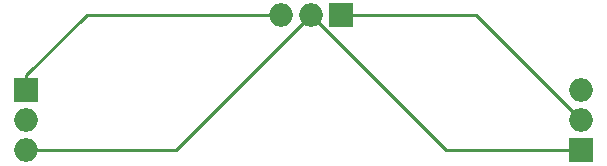
<source format=gbr>
G04 #@! TF.GenerationSoftware,KiCad,Pcbnew,(5.1.0)-1*
G04 #@! TF.CreationDate,2019-05-23T15:21:04-07:00*
G04 #@! TF.ProjectId,CandC_Interconnections,43616e64-435f-4496-9e74-6572636f6e6e,rev?*
G04 #@! TF.SameCoordinates,Original*
G04 #@! TF.FileFunction,Copper,L1,Top*
G04 #@! TF.FilePolarity,Positive*
%FSLAX46Y46*%
G04 Gerber Fmt 4.6, Leading zero omitted, Abs format (unit mm)*
G04 Created by KiCad (PCBNEW (5.1.0)-1) date 2019-05-23 15:21:04*
%MOMM*%
%LPD*%
G04 APERTURE LIST*
%ADD10R,2.000000X2.000000*%
%ADD11O,2.000000X2.000000*%
%ADD12C,0.250000*%
G04 APERTURE END LIST*
D10*
X121920000Y-57150000D03*
D11*
X121920000Y-59690000D03*
X121920000Y-62230000D03*
X143510000Y-50800000D03*
X146050000Y-50800000D03*
D10*
X148590000Y-50800000D03*
X168910000Y-62230000D03*
D11*
X168910000Y-59690000D03*
X168910000Y-57150000D03*
D12*
X121920000Y-55900000D02*
X121920000Y-57150000D01*
X127020000Y-50800000D02*
X121920000Y-55900000D01*
X143510000Y-50800000D02*
X127020000Y-50800000D01*
X160020000Y-50800000D02*
X168910000Y-59690000D01*
X148590000Y-50800000D02*
X160020000Y-50800000D01*
X134620000Y-62230000D02*
X121920000Y-62230000D01*
X146050000Y-50800000D02*
X134620000Y-62230000D01*
X157480000Y-62230000D02*
X168910000Y-62230000D01*
X146050000Y-50800000D02*
X157480000Y-62230000D01*
M02*

</source>
